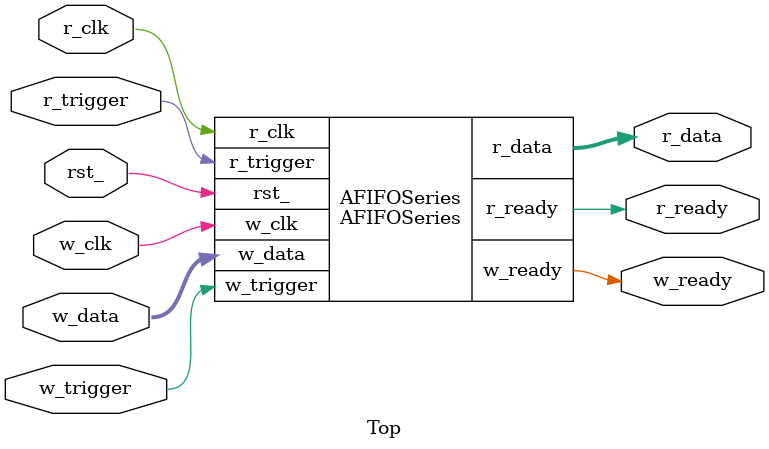
<source format=v>
`include "Util.v"
`include "ClockGen.v"
`include "Sync.v"
`include "AFIFO.v"
`include "ToggleAck.v"
`include "TogglePulse.v"
`timescale 1ns/1ps

module AFIFOSeries #(
    parameter W = 16
)(
    input wire rst_,
    
    input wire w_clk,
    input wire w_trigger,
    input wire[W-1:0] w_data,
    output wire w_ready,
    
    input wire r_clk,
    input wire r_trigger,
    output wire[W-1:0] r_data,
    output wire r_ready
);
    wire        afifo1_rst_;
    wire        afifo1_w_clk;
    wire        afifo1_w_trigger;
    wire[W-1:0] afifo1_w_data;
    wire        afifo1_w_ready;
    wire        afifo1_r_clk;
    wire        afifo1_r_trigger;
    wire[W-1:0] afifo1_r_data;
    wire        afifo1_r_ready;
    
    wire        afifo2_rst_;
    wire        afifo2_w_clk;
    wire        afifo2_w_trigger;
    wire[W-1:0] afifo2_w_data;
    wire        afifo2_w_ready;
    wire        afifo2_r_clk;
    wire        afifo2_r_trigger;
    wire[W-1:0] afifo2_r_data;
    wire        afifo2_r_ready;
    
    assign afifo1_rst_          = rst_;
    assign afifo1_w_clk         = w_clk;
    assign afifo1_w_trigger     = w_trigger;
    assign afifo1_w_data        = w_data;
    assign w_ready              = afifo1_w_ready;
    assign afifo1_r_clk         = w_clk;
    assign afifo1_r_trigger     = afifo2_w_ready;
    
    assign afifo2_rst_          = rst_;
    assign afifo2_w_clk         = w_clk;
    assign afifo2_w_trigger     = afifo1_r_ready;
    assign afifo2_w_data        = afifo1_r_data;
    assign afifo2_r_clk         = r_clk;
    assign afifo2_r_trigger     = r_trigger;
    assign r_data               = afifo2_r_data;
    assign r_ready              = afifo2_r_ready;
    
    AFIFO #(
        .W(W)
    ) AFIFO1 (
        .rst_(afifo1_rst_),
        
        .w_clk(afifo1_w_clk),
        .w_trigger(afifo1_w_trigger),
        .w_data(afifo1_w_data),
        .w_ready(afifo1_w_ready),
        
        .r_clk(afifo1_r_clk),
        .r_trigger(afifo1_r_trigger),
        .r_data(afifo1_r_data),
        .r_ready(afifo1_r_ready)
    );
    
    AFIFO #(
        .W(W)
    ) AFIFO2 (
        .rst_(afifo2_rst_),
        
        .w_clk(afifo2_w_clk),
        .w_trigger(afifo2_w_trigger),
        .w_data(afifo2_w_data),
        .w_ready(afifo2_w_ready),
        
        .r_clk(afifo2_r_clk),
        .r_trigger(afifo2_r_trigger),
        .r_data(afifo2_r_data),
        .r_ready(afifo2_r_ready)
    );

endmodule

module Top #(
    parameter W = 16
)(
    input wire rst_,
    
    input wire w_clk,
    input wire w_trigger,
    input wire[W-1:0] w_data,
    output wire w_ready,
    
    input wire r_clk,
    input wire r_trigger,
    output wire[W-1:0] r_data,
    output wire r_ready
);
    AFIFOSeries AFIFOSeries(
        .rst_(rst_),
        .w_clk(w_clk),
        .w_trigger(w_trigger),
        .w_data(w_data),
        .w_ready(w_ready),
        .r_clk(r_clk),
        .r_trigger(r_trigger),
        .r_data(r_data),
        .r_ready(r_ready)
    );
endmodule








`ifdef SIM
module Testbench();
    localparam W = 16;
    
    wire rst_;
    wire w_clk;
    wire w_trigger;
    wire[W-1:0] w_data;
    wire w_ready;
    wire r_clk;
    wire r_trigger;
    wire[W-1:0] r_data;
    wire r_ready;
    
    Top #(.W(W)) Top(
        .rst_(rst_),
        .w_clk(w_clk),
        .w_trigger(w_trigger),
        .w_data(w_data),
        .w_ready(w_ready),
        .r_clk(r_clk),
        .r_trigger(r_trigger),
        .r_data(r_data),
        .r_ready(r_ready)
    );
    
    initial begin
        $dumpfile("Top.vcd");
        $dumpvars(0, Testbench);
    end
endmodule
`endif



</source>
